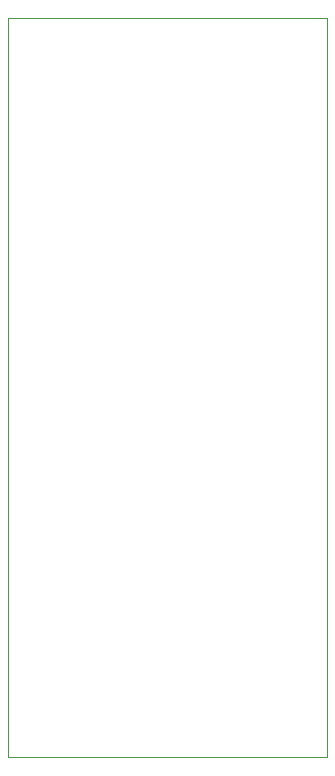
<source format=gbr>
%TF.GenerationSoftware,KiCad,Pcbnew,9.0.2*%
%TF.CreationDate,2025-06-27T21:37:16+02:00*%
%TF.ProjectId,flex_aufsatz,666c6578-5f61-4756-9673-61747a2e6b69,rev?*%
%TF.SameCoordinates,Original*%
%TF.FileFunction,Profile,NP*%
%FSLAX46Y46*%
G04 Gerber Fmt 4.6, Leading zero omitted, Abs format (unit mm)*
G04 Created by KiCad (PCBNEW 9.0.2) date 2025-06-27 21:37:16*
%MOMM*%
%LPD*%
G01*
G04 APERTURE LIST*
%TA.AperFunction,Profile*%
%ADD10C,0.050000*%
%TD*%
G04 APERTURE END LIST*
D10*
X122000000Y-160550000D02*
X122000000Y-155500000D01*
X95000000Y-160550000D02*
X122000000Y-160550000D01*
X95000000Y-160000000D02*
X95000000Y-160550000D01*
X95600000Y-98000000D02*
X95000000Y-98000000D01*
X122000000Y-155100000D02*
X122000000Y-155500000D01*
X95000000Y-155500000D02*
X95000000Y-160000000D01*
X95000000Y-155300000D02*
X95000000Y-155500000D01*
X122000000Y-98000000D02*
X122000000Y-155100000D01*
X121000000Y-98000000D02*
X122000000Y-98000000D01*
X95600000Y-98000000D02*
X121000000Y-98000000D01*
X95000000Y-98000000D02*
X95000000Y-155300000D01*
M02*

</source>
